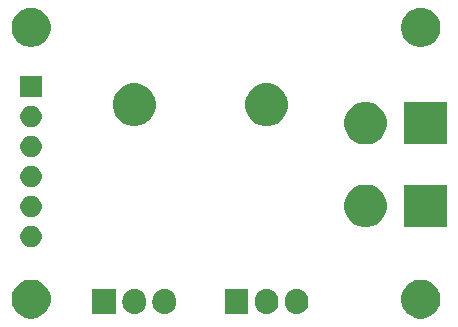
<source format=gbr>
G04 #@! TF.GenerationSoftware,KiCad,Pcbnew,(5.1.5)-3*
G04 #@! TF.CreationDate,2020-04-12T00:57:34+02:00*
G04 #@! TF.ProjectId,schinkli_pumps,73636869-6e6b-46c6-995f-70756d70732e,rev?*
G04 #@! TF.SameCoordinates,Original*
G04 #@! TF.FileFunction,Soldermask,Bot*
G04 #@! TF.FilePolarity,Negative*
%FSLAX46Y46*%
G04 Gerber Fmt 4.6, Leading zero omitted, Abs format (unit mm)*
G04 Created by KiCad (PCBNEW (5.1.5)-3) date 2020-04-12 00:57:34*
%MOMM*%
%LPD*%
G04 APERTURE LIST*
%ADD10C,0.100000*%
G04 APERTURE END LIST*
D10*
G36*
X86875256Y-124891298D02*
G01*
X86981579Y-124912447D01*
X87282042Y-125036903D01*
X87552451Y-125217585D01*
X87782415Y-125447549D01*
X87963097Y-125717958D01*
X87963098Y-125717960D01*
X87999550Y-125805963D01*
X88087553Y-126018421D01*
X88151000Y-126337391D01*
X88151000Y-126662609D01*
X88087553Y-126981579D01*
X87963097Y-127282042D01*
X87782415Y-127552451D01*
X87552451Y-127782415D01*
X87282042Y-127963097D01*
X86981579Y-128087553D01*
X86875256Y-128108702D01*
X86662611Y-128151000D01*
X86337389Y-128151000D01*
X86124744Y-128108702D01*
X86018421Y-128087553D01*
X85717958Y-127963097D01*
X85447549Y-127782415D01*
X85217585Y-127552451D01*
X85036903Y-127282042D01*
X84912447Y-126981579D01*
X84849000Y-126662609D01*
X84849000Y-126337391D01*
X84912447Y-126018421D01*
X85000450Y-125805963D01*
X85036902Y-125717960D01*
X85036903Y-125717958D01*
X85217585Y-125447549D01*
X85447549Y-125217585D01*
X85717958Y-125036903D01*
X86018421Y-124912447D01*
X86124744Y-124891298D01*
X86337389Y-124849000D01*
X86662611Y-124849000D01*
X86875256Y-124891298D01*
G37*
G36*
X53875256Y-124891298D02*
G01*
X53981579Y-124912447D01*
X54282042Y-125036903D01*
X54552451Y-125217585D01*
X54782415Y-125447549D01*
X54963097Y-125717958D01*
X54963098Y-125717960D01*
X54999550Y-125805963D01*
X55087553Y-126018421D01*
X55151000Y-126337391D01*
X55151000Y-126662609D01*
X55087553Y-126981579D01*
X54963097Y-127282042D01*
X54782415Y-127552451D01*
X54552451Y-127782415D01*
X54282042Y-127963097D01*
X53981579Y-128087553D01*
X53875256Y-128108702D01*
X53662611Y-128151000D01*
X53337389Y-128151000D01*
X53124744Y-128108702D01*
X53018421Y-128087553D01*
X52717958Y-127963097D01*
X52447549Y-127782415D01*
X52217585Y-127552451D01*
X52036903Y-127282042D01*
X51912447Y-126981579D01*
X51849000Y-126662609D01*
X51849000Y-126337391D01*
X51912447Y-126018421D01*
X52000450Y-125805963D01*
X52036902Y-125717960D01*
X52036903Y-125717958D01*
X52217585Y-125447549D01*
X52447549Y-125217585D01*
X52717958Y-125036903D01*
X53018421Y-124912447D01*
X53124744Y-124891298D01*
X53337389Y-124849000D01*
X53662611Y-124849000D01*
X53875256Y-124891298D01*
G37*
G36*
X73636719Y-125663520D02*
G01*
X73825880Y-125720901D01*
X73825883Y-125720902D01*
X73918333Y-125770318D01*
X74000212Y-125814083D01*
X74153015Y-125939485D01*
X74278417Y-126092288D01*
X74371599Y-126266619D01*
X74428980Y-126455780D01*
X74443500Y-126603206D01*
X74443500Y-126796793D01*
X74428980Y-126944219D01*
X74417647Y-126981578D01*
X74371598Y-127133383D01*
X74322182Y-127225833D01*
X74278417Y-127307712D01*
X74153015Y-127460515D01*
X74000212Y-127585917D01*
X73825881Y-127679099D01*
X73636720Y-127736480D01*
X73440000Y-127755855D01*
X73243281Y-127736480D01*
X73054120Y-127679099D01*
X72879788Y-127585917D01*
X72726985Y-127460515D01*
X72601583Y-127307712D01*
X72508401Y-127133381D01*
X72451020Y-126944220D01*
X72436500Y-126796794D01*
X72436500Y-126603207D01*
X72451020Y-126455781D01*
X72508401Y-126266620D01*
X72508402Y-126266617D01*
X72557818Y-126174167D01*
X72601583Y-126092288D01*
X72726985Y-125939485D01*
X72879788Y-125814083D01*
X73054119Y-125720901D01*
X73243280Y-125663520D01*
X73440000Y-125644145D01*
X73636719Y-125663520D01*
G37*
G36*
X76176719Y-125663520D02*
G01*
X76365880Y-125720901D01*
X76365883Y-125720902D01*
X76458333Y-125770318D01*
X76540212Y-125814083D01*
X76693015Y-125939485D01*
X76818417Y-126092288D01*
X76911599Y-126266619D01*
X76968980Y-126455780D01*
X76983500Y-126603206D01*
X76983500Y-126796793D01*
X76968980Y-126944219D01*
X76957647Y-126981578D01*
X76911598Y-127133383D01*
X76862182Y-127225833D01*
X76818417Y-127307712D01*
X76693015Y-127460515D01*
X76540212Y-127585917D01*
X76365881Y-127679099D01*
X76176720Y-127736480D01*
X75980000Y-127755855D01*
X75783281Y-127736480D01*
X75594120Y-127679099D01*
X75419788Y-127585917D01*
X75266985Y-127460515D01*
X75141583Y-127307712D01*
X75048401Y-127133381D01*
X74991020Y-126944220D01*
X74976500Y-126796794D01*
X74976500Y-126603207D01*
X74991020Y-126455781D01*
X75048401Y-126266620D01*
X75048402Y-126266617D01*
X75097818Y-126174167D01*
X75141583Y-126092288D01*
X75266985Y-125939485D01*
X75419788Y-125814083D01*
X75594119Y-125720901D01*
X75783280Y-125663520D01*
X75980000Y-125644145D01*
X76176719Y-125663520D01*
G37*
G36*
X62436719Y-125663520D02*
G01*
X62625880Y-125720901D01*
X62625883Y-125720902D01*
X62718333Y-125770318D01*
X62800212Y-125814083D01*
X62953015Y-125939485D01*
X63078417Y-126092288D01*
X63171599Y-126266619D01*
X63228980Y-126455780D01*
X63243500Y-126603206D01*
X63243500Y-126796793D01*
X63228980Y-126944219D01*
X63217647Y-126981578D01*
X63171598Y-127133383D01*
X63122182Y-127225833D01*
X63078417Y-127307712D01*
X62953015Y-127460515D01*
X62800212Y-127585917D01*
X62625881Y-127679099D01*
X62436720Y-127736480D01*
X62240000Y-127755855D01*
X62043281Y-127736480D01*
X61854120Y-127679099D01*
X61679788Y-127585917D01*
X61526985Y-127460515D01*
X61401583Y-127307712D01*
X61308401Y-127133381D01*
X61251020Y-126944220D01*
X61236500Y-126796794D01*
X61236500Y-126603207D01*
X61251020Y-126455781D01*
X61308401Y-126266620D01*
X61308402Y-126266617D01*
X61357818Y-126174167D01*
X61401583Y-126092288D01*
X61526985Y-125939485D01*
X61679788Y-125814083D01*
X61854119Y-125720901D01*
X62043280Y-125663520D01*
X62240000Y-125644145D01*
X62436719Y-125663520D01*
G37*
G36*
X64976719Y-125663520D02*
G01*
X65165880Y-125720901D01*
X65165883Y-125720902D01*
X65258333Y-125770318D01*
X65340212Y-125814083D01*
X65493015Y-125939485D01*
X65618417Y-126092288D01*
X65711599Y-126266619D01*
X65768980Y-126455780D01*
X65783500Y-126603206D01*
X65783500Y-126796793D01*
X65768980Y-126944219D01*
X65757647Y-126981578D01*
X65711598Y-127133383D01*
X65662182Y-127225833D01*
X65618417Y-127307712D01*
X65493015Y-127460515D01*
X65340212Y-127585917D01*
X65165881Y-127679099D01*
X64976720Y-127736480D01*
X64780000Y-127755855D01*
X64583281Y-127736480D01*
X64394120Y-127679099D01*
X64219788Y-127585917D01*
X64066985Y-127460515D01*
X63941583Y-127307712D01*
X63848401Y-127133381D01*
X63791020Y-126944220D01*
X63776500Y-126796794D01*
X63776500Y-126603207D01*
X63791020Y-126455781D01*
X63848401Y-126266620D01*
X63848402Y-126266617D01*
X63897818Y-126174167D01*
X63941583Y-126092288D01*
X64066985Y-125939485D01*
X64219788Y-125814083D01*
X64394119Y-125720901D01*
X64583280Y-125663520D01*
X64780000Y-125644145D01*
X64976719Y-125663520D01*
G37*
G36*
X71903500Y-127751000D02*
G01*
X69896500Y-127751000D01*
X69896500Y-125649000D01*
X71903500Y-125649000D01*
X71903500Y-127751000D01*
G37*
G36*
X60703500Y-127751000D02*
G01*
X58696500Y-127751000D01*
X58696500Y-125649000D01*
X60703500Y-125649000D01*
X60703500Y-127751000D01*
G37*
G36*
X53613512Y-120303927D02*
G01*
X53762812Y-120333624D01*
X53926784Y-120401544D01*
X54074354Y-120500147D01*
X54199853Y-120625646D01*
X54298456Y-120773216D01*
X54366376Y-120937188D01*
X54401000Y-121111259D01*
X54401000Y-121288741D01*
X54366376Y-121462812D01*
X54298456Y-121626784D01*
X54199853Y-121774354D01*
X54074354Y-121899853D01*
X53926784Y-121998456D01*
X53762812Y-122066376D01*
X53613512Y-122096073D01*
X53588742Y-122101000D01*
X53411258Y-122101000D01*
X53386488Y-122096073D01*
X53237188Y-122066376D01*
X53073216Y-121998456D01*
X52925646Y-121899853D01*
X52800147Y-121774354D01*
X52701544Y-121626784D01*
X52633624Y-121462812D01*
X52599000Y-121288741D01*
X52599000Y-121111259D01*
X52633624Y-120937188D01*
X52701544Y-120773216D01*
X52800147Y-120625646D01*
X52925646Y-120500147D01*
X53073216Y-120401544D01*
X53237188Y-120333624D01*
X53386488Y-120303927D01*
X53411258Y-120299000D01*
X53588742Y-120299000D01*
X53613512Y-120303927D01*
G37*
G36*
X88701060Y-120401060D02*
G01*
X85098940Y-120401060D01*
X85098940Y-116798940D01*
X88701060Y-116798940D01*
X88701060Y-120401060D01*
G37*
G36*
X82046905Y-116808789D02*
G01*
X82345350Y-116868153D01*
X82673122Y-117003921D01*
X82968109Y-117201025D01*
X83218975Y-117451891D01*
X83416079Y-117746878D01*
X83551847Y-118074650D01*
X83621060Y-118422611D01*
X83621060Y-118777389D01*
X83551847Y-119125350D01*
X83416079Y-119453122D01*
X83218975Y-119748109D01*
X82968109Y-119998975D01*
X82673122Y-120196079D01*
X82345350Y-120331847D01*
X82046905Y-120391211D01*
X81997390Y-120401060D01*
X81642610Y-120401060D01*
X81593095Y-120391211D01*
X81294650Y-120331847D01*
X80966878Y-120196079D01*
X80671891Y-119998975D01*
X80421025Y-119748109D01*
X80223921Y-119453122D01*
X80088153Y-119125350D01*
X80018940Y-118777389D01*
X80018940Y-118422611D01*
X80088153Y-118074650D01*
X80223921Y-117746878D01*
X80421025Y-117451891D01*
X80671891Y-117201025D01*
X80966878Y-117003921D01*
X81294650Y-116868153D01*
X81593095Y-116808789D01*
X81642610Y-116798940D01*
X81997390Y-116798940D01*
X82046905Y-116808789D01*
G37*
G36*
X53613512Y-117763927D02*
G01*
X53762812Y-117793624D01*
X53926784Y-117861544D01*
X54074354Y-117960147D01*
X54199853Y-118085646D01*
X54298456Y-118233216D01*
X54366376Y-118397188D01*
X54401000Y-118571259D01*
X54401000Y-118748741D01*
X54366376Y-118922812D01*
X54298456Y-119086784D01*
X54199853Y-119234354D01*
X54074354Y-119359853D01*
X53926784Y-119458456D01*
X53762812Y-119526376D01*
X53613512Y-119556073D01*
X53588742Y-119561000D01*
X53411258Y-119561000D01*
X53386488Y-119556073D01*
X53237188Y-119526376D01*
X53073216Y-119458456D01*
X52925646Y-119359853D01*
X52800147Y-119234354D01*
X52701544Y-119086784D01*
X52633624Y-118922812D01*
X52599000Y-118748741D01*
X52599000Y-118571259D01*
X52633624Y-118397188D01*
X52701544Y-118233216D01*
X52800147Y-118085646D01*
X52925646Y-117960147D01*
X53073216Y-117861544D01*
X53237188Y-117793624D01*
X53386488Y-117763927D01*
X53411258Y-117759000D01*
X53588742Y-117759000D01*
X53613512Y-117763927D01*
G37*
G36*
X53613512Y-115223927D02*
G01*
X53762812Y-115253624D01*
X53926784Y-115321544D01*
X54074354Y-115420147D01*
X54199853Y-115545646D01*
X54298456Y-115693216D01*
X54366376Y-115857188D01*
X54401000Y-116031259D01*
X54401000Y-116208741D01*
X54366376Y-116382812D01*
X54298456Y-116546784D01*
X54199853Y-116694354D01*
X54074354Y-116819853D01*
X53926784Y-116918456D01*
X53762812Y-116986376D01*
X53613512Y-117016073D01*
X53588742Y-117021000D01*
X53411258Y-117021000D01*
X53386488Y-117016073D01*
X53237188Y-116986376D01*
X53073216Y-116918456D01*
X52925646Y-116819853D01*
X52800147Y-116694354D01*
X52701544Y-116546784D01*
X52633624Y-116382812D01*
X52599000Y-116208741D01*
X52599000Y-116031259D01*
X52633624Y-115857188D01*
X52701544Y-115693216D01*
X52800147Y-115545646D01*
X52925646Y-115420147D01*
X53073216Y-115321544D01*
X53237188Y-115253624D01*
X53386488Y-115223927D01*
X53411258Y-115219000D01*
X53588742Y-115219000D01*
X53613512Y-115223927D01*
G37*
G36*
X53613512Y-112683927D02*
G01*
X53762812Y-112713624D01*
X53926784Y-112781544D01*
X54074354Y-112880147D01*
X54199853Y-113005646D01*
X54298456Y-113153216D01*
X54366376Y-113317188D01*
X54401000Y-113491259D01*
X54401000Y-113668741D01*
X54366376Y-113842812D01*
X54298456Y-114006784D01*
X54199853Y-114154354D01*
X54074354Y-114279853D01*
X53926784Y-114378456D01*
X53762812Y-114446376D01*
X53613512Y-114476073D01*
X53588742Y-114481000D01*
X53411258Y-114481000D01*
X53386488Y-114476073D01*
X53237188Y-114446376D01*
X53073216Y-114378456D01*
X52925646Y-114279853D01*
X52800147Y-114154354D01*
X52701544Y-114006784D01*
X52633624Y-113842812D01*
X52599000Y-113668741D01*
X52599000Y-113491259D01*
X52633624Y-113317188D01*
X52701544Y-113153216D01*
X52800147Y-113005646D01*
X52925646Y-112880147D01*
X53073216Y-112781544D01*
X53237188Y-112713624D01*
X53386488Y-112683927D01*
X53411258Y-112679000D01*
X53588742Y-112679000D01*
X53613512Y-112683927D01*
G37*
G36*
X82046905Y-109808789D02*
G01*
X82345350Y-109868153D01*
X82673122Y-110003921D01*
X82968109Y-110201025D01*
X83218975Y-110451891D01*
X83416079Y-110746878D01*
X83551847Y-111074650D01*
X83621060Y-111422611D01*
X83621060Y-111777389D01*
X83551847Y-112125350D01*
X83416079Y-112453122D01*
X83218975Y-112748109D01*
X82968109Y-112998975D01*
X82673122Y-113196079D01*
X82345350Y-113331847D01*
X82046905Y-113391211D01*
X81997390Y-113401060D01*
X81642610Y-113401060D01*
X81593095Y-113391211D01*
X81294650Y-113331847D01*
X80966878Y-113196079D01*
X80671891Y-112998975D01*
X80421025Y-112748109D01*
X80223921Y-112453122D01*
X80088153Y-112125350D01*
X80018940Y-111777389D01*
X80018940Y-111422611D01*
X80088153Y-111074650D01*
X80223921Y-110746878D01*
X80421025Y-110451891D01*
X80671891Y-110201025D01*
X80966878Y-110003921D01*
X81294650Y-109868153D01*
X81593095Y-109808789D01*
X81642610Y-109798940D01*
X81997390Y-109798940D01*
X82046905Y-109808789D01*
G37*
G36*
X88701060Y-113401060D02*
G01*
X85098940Y-113401060D01*
X85098940Y-109798940D01*
X88701060Y-109798940D01*
X88701060Y-113401060D01*
G37*
G36*
X53613512Y-110143927D02*
G01*
X53762812Y-110173624D01*
X53926784Y-110241544D01*
X54074354Y-110340147D01*
X54199853Y-110465646D01*
X54298456Y-110613216D01*
X54366376Y-110777188D01*
X54401000Y-110951259D01*
X54401000Y-111128741D01*
X54366376Y-111302812D01*
X54298456Y-111466784D01*
X54199853Y-111614354D01*
X54074354Y-111739853D01*
X53926784Y-111838456D01*
X53762812Y-111906376D01*
X53613512Y-111936073D01*
X53588742Y-111941000D01*
X53411258Y-111941000D01*
X53386488Y-111936073D01*
X53237188Y-111906376D01*
X53073216Y-111838456D01*
X52925646Y-111739853D01*
X52800147Y-111614354D01*
X52701544Y-111466784D01*
X52633624Y-111302812D01*
X52599000Y-111128741D01*
X52599000Y-110951259D01*
X52633624Y-110777188D01*
X52701544Y-110613216D01*
X52800147Y-110465646D01*
X52925646Y-110340147D01*
X53073216Y-110241544D01*
X53237188Y-110173624D01*
X53386488Y-110143927D01*
X53411258Y-110139000D01*
X53588742Y-110139000D01*
X53613512Y-110143927D01*
G37*
G36*
X73965331Y-108308211D02*
G01*
X74293092Y-108443974D01*
X74588070Y-108641072D01*
X74838928Y-108891930D01*
X75036026Y-109186908D01*
X75171789Y-109514669D01*
X75241000Y-109862616D01*
X75241000Y-110217384D01*
X75171789Y-110565331D01*
X75036026Y-110893092D01*
X74838928Y-111188070D01*
X74588070Y-111438928D01*
X74293092Y-111636026D01*
X73965331Y-111771789D01*
X73617384Y-111841000D01*
X73262616Y-111841000D01*
X72914669Y-111771789D01*
X72586908Y-111636026D01*
X72291930Y-111438928D01*
X72041072Y-111188070D01*
X71843974Y-110893092D01*
X71708211Y-110565331D01*
X71639000Y-110217384D01*
X71639000Y-109862616D01*
X71708211Y-109514669D01*
X71843974Y-109186908D01*
X72041072Y-108891930D01*
X72291930Y-108641072D01*
X72586908Y-108443974D01*
X72914669Y-108308211D01*
X73262616Y-108239000D01*
X73617384Y-108239000D01*
X73965331Y-108308211D01*
G37*
G36*
X62765331Y-108308211D02*
G01*
X63093092Y-108443974D01*
X63388070Y-108641072D01*
X63638928Y-108891930D01*
X63836026Y-109186908D01*
X63971789Y-109514669D01*
X64041000Y-109862616D01*
X64041000Y-110217384D01*
X63971789Y-110565331D01*
X63836026Y-110893092D01*
X63638928Y-111188070D01*
X63388070Y-111438928D01*
X63093092Y-111636026D01*
X62765331Y-111771789D01*
X62417384Y-111841000D01*
X62062616Y-111841000D01*
X61714669Y-111771789D01*
X61386908Y-111636026D01*
X61091930Y-111438928D01*
X60841072Y-111188070D01*
X60643974Y-110893092D01*
X60508211Y-110565331D01*
X60439000Y-110217384D01*
X60439000Y-109862616D01*
X60508211Y-109514669D01*
X60643974Y-109186908D01*
X60841072Y-108891930D01*
X61091930Y-108641072D01*
X61386908Y-108443974D01*
X61714669Y-108308211D01*
X62062616Y-108239000D01*
X62417384Y-108239000D01*
X62765331Y-108308211D01*
G37*
G36*
X54401000Y-109401000D02*
G01*
X52599000Y-109401000D01*
X52599000Y-107599000D01*
X54401000Y-107599000D01*
X54401000Y-109401000D01*
G37*
G36*
X53875256Y-101891298D02*
G01*
X53981579Y-101912447D01*
X54282042Y-102036903D01*
X54552451Y-102217585D01*
X54782415Y-102447549D01*
X54963097Y-102717958D01*
X55087553Y-103018421D01*
X55151000Y-103337391D01*
X55151000Y-103662609D01*
X55087553Y-103981579D01*
X54963097Y-104282042D01*
X54782415Y-104552451D01*
X54552451Y-104782415D01*
X54282042Y-104963097D01*
X53981579Y-105087553D01*
X53875256Y-105108702D01*
X53662611Y-105151000D01*
X53337389Y-105151000D01*
X53124744Y-105108702D01*
X53018421Y-105087553D01*
X52717958Y-104963097D01*
X52447549Y-104782415D01*
X52217585Y-104552451D01*
X52036903Y-104282042D01*
X51912447Y-103981579D01*
X51849000Y-103662609D01*
X51849000Y-103337391D01*
X51912447Y-103018421D01*
X52036903Y-102717958D01*
X52217585Y-102447549D01*
X52447549Y-102217585D01*
X52717958Y-102036903D01*
X53018421Y-101912447D01*
X53124744Y-101891298D01*
X53337389Y-101849000D01*
X53662611Y-101849000D01*
X53875256Y-101891298D01*
G37*
G36*
X86875256Y-101891298D02*
G01*
X86981579Y-101912447D01*
X87282042Y-102036903D01*
X87552451Y-102217585D01*
X87782415Y-102447549D01*
X87963097Y-102717958D01*
X88087553Y-103018421D01*
X88151000Y-103337391D01*
X88151000Y-103662609D01*
X88087553Y-103981579D01*
X87963097Y-104282042D01*
X87782415Y-104552451D01*
X87552451Y-104782415D01*
X87282042Y-104963097D01*
X86981579Y-105087553D01*
X86875256Y-105108702D01*
X86662611Y-105151000D01*
X86337389Y-105151000D01*
X86124744Y-105108702D01*
X86018421Y-105087553D01*
X85717958Y-104963097D01*
X85447549Y-104782415D01*
X85217585Y-104552451D01*
X85036903Y-104282042D01*
X84912447Y-103981579D01*
X84849000Y-103662609D01*
X84849000Y-103337391D01*
X84912447Y-103018421D01*
X85036903Y-102717958D01*
X85217585Y-102447549D01*
X85447549Y-102217585D01*
X85717958Y-102036903D01*
X86018421Y-101912447D01*
X86124744Y-101891298D01*
X86337389Y-101849000D01*
X86662611Y-101849000D01*
X86875256Y-101891298D01*
G37*
M02*

</source>
